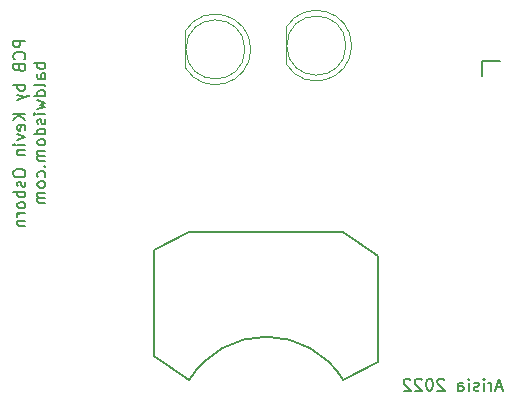
<source format=gbr>
%TF.GenerationSoftware,KiCad,Pcbnew,(5.1.8-0-10_14)*%
%TF.CreationDate,2021-10-17T14:40:20-04:00*%
%TF.ProjectId,WingedA,57696e67-6564-4412-9e6b-696361645f70,rev?*%
%TF.SameCoordinates,Original*%
%TF.FileFunction,Legend,Bot*%
%TF.FilePolarity,Positive*%
%FSLAX46Y46*%
G04 Gerber Fmt 4.6, Leading zero omitted, Abs format (unit mm)*
G04 Created by KiCad (PCBNEW (5.1.8-0-10_14)) date 2021-10-17 14:40:20*
%MOMM*%
%LPD*%
G01*
G04 APERTURE LIST*
%ADD10C,0.150000*%
%ADD11C,0.200000*%
%ADD12C,0.120000*%
G04 APERTURE END LIST*
D10*
X135192566Y-79782966D02*
X134716376Y-79782966D01*
X135287804Y-80068680D02*
X134954471Y-79068680D01*
X134621138Y-80068680D01*
X134287804Y-80068680D02*
X134287804Y-79402014D01*
X134287804Y-79592490D02*
X134240185Y-79497252D01*
X134192566Y-79449633D01*
X134097328Y-79402014D01*
X134002090Y-79402014D01*
X133668757Y-80068680D02*
X133668757Y-79402014D01*
X133668757Y-79068680D02*
X133716376Y-79116300D01*
X133668757Y-79163919D01*
X133621138Y-79116300D01*
X133668757Y-79068680D01*
X133668757Y-79163919D01*
X133240185Y-80021061D02*
X133144947Y-80068680D01*
X132954471Y-80068680D01*
X132859233Y-80021061D01*
X132811614Y-79925823D01*
X132811614Y-79878204D01*
X132859233Y-79782966D01*
X132954471Y-79735347D01*
X133097328Y-79735347D01*
X133192566Y-79687728D01*
X133240185Y-79592490D01*
X133240185Y-79544871D01*
X133192566Y-79449633D01*
X133097328Y-79402014D01*
X132954471Y-79402014D01*
X132859233Y-79449633D01*
X132383042Y-80068680D02*
X132383042Y-79402014D01*
X132383042Y-79068680D02*
X132430661Y-79116300D01*
X132383042Y-79163919D01*
X132335423Y-79116300D01*
X132383042Y-79068680D01*
X132383042Y-79163919D01*
X131478280Y-80068680D02*
X131478280Y-79544871D01*
X131525900Y-79449633D01*
X131621138Y-79402014D01*
X131811614Y-79402014D01*
X131906852Y-79449633D01*
X131478280Y-80021061D02*
X131573519Y-80068680D01*
X131811614Y-80068680D01*
X131906852Y-80021061D01*
X131954471Y-79925823D01*
X131954471Y-79830585D01*
X131906852Y-79735347D01*
X131811614Y-79687728D01*
X131573519Y-79687728D01*
X131478280Y-79640109D01*
X130287804Y-79163919D02*
X130240185Y-79116300D01*
X130144947Y-79068680D01*
X129906852Y-79068680D01*
X129811614Y-79116300D01*
X129763995Y-79163919D01*
X129716376Y-79259157D01*
X129716376Y-79354395D01*
X129763995Y-79497252D01*
X130335423Y-80068680D01*
X129716376Y-80068680D01*
X129097328Y-79068680D02*
X129002090Y-79068680D01*
X128906852Y-79116300D01*
X128859233Y-79163919D01*
X128811614Y-79259157D01*
X128763995Y-79449633D01*
X128763995Y-79687728D01*
X128811614Y-79878204D01*
X128859233Y-79973442D01*
X128906852Y-80021061D01*
X129002090Y-80068680D01*
X129097328Y-80068680D01*
X129192566Y-80021061D01*
X129240185Y-79973442D01*
X129287804Y-79878204D01*
X129335423Y-79687728D01*
X129335423Y-79449633D01*
X129287804Y-79259157D01*
X129240185Y-79163919D01*
X129192566Y-79116300D01*
X129097328Y-79068680D01*
X128383042Y-79163919D02*
X128335423Y-79116300D01*
X128240185Y-79068680D01*
X128002090Y-79068680D01*
X127906852Y-79116300D01*
X127859233Y-79163919D01*
X127811614Y-79259157D01*
X127811614Y-79354395D01*
X127859233Y-79497252D01*
X128430661Y-80068680D01*
X127811614Y-80068680D01*
X127430661Y-79163919D02*
X127383042Y-79116300D01*
X127287804Y-79068680D01*
X127049709Y-79068680D01*
X126954471Y-79116300D01*
X126906852Y-79163919D01*
X126859233Y-79259157D01*
X126859233Y-79354395D01*
X126906852Y-79497252D01*
X127478280Y-80068680D01*
X126859233Y-80068680D01*
D11*
X94826980Y-50434266D02*
X93826980Y-50434266D01*
X93826980Y-50815219D01*
X93874600Y-50910457D01*
X93922219Y-50958076D01*
X94017457Y-51005695D01*
X94160314Y-51005695D01*
X94255552Y-50958076D01*
X94303171Y-50910457D01*
X94350790Y-50815219D01*
X94350790Y-50434266D01*
X94731742Y-52005695D02*
X94779361Y-51958076D01*
X94826980Y-51815219D01*
X94826980Y-51719980D01*
X94779361Y-51577123D01*
X94684123Y-51481885D01*
X94588885Y-51434266D01*
X94398409Y-51386647D01*
X94255552Y-51386647D01*
X94065076Y-51434266D01*
X93969838Y-51481885D01*
X93874600Y-51577123D01*
X93826980Y-51719980D01*
X93826980Y-51815219D01*
X93874600Y-51958076D01*
X93922219Y-52005695D01*
X94303171Y-52767600D02*
X94350790Y-52910457D01*
X94398409Y-52958076D01*
X94493647Y-53005695D01*
X94636504Y-53005695D01*
X94731742Y-52958076D01*
X94779361Y-52910457D01*
X94826980Y-52815219D01*
X94826980Y-52434266D01*
X93826980Y-52434266D01*
X93826980Y-52767600D01*
X93874600Y-52862838D01*
X93922219Y-52910457D01*
X94017457Y-52958076D01*
X94112695Y-52958076D01*
X94207933Y-52910457D01*
X94255552Y-52862838D01*
X94303171Y-52767600D01*
X94303171Y-52434266D01*
X94826980Y-54196171D02*
X93826980Y-54196171D01*
X94207933Y-54196171D02*
X94160314Y-54291409D01*
X94160314Y-54481885D01*
X94207933Y-54577123D01*
X94255552Y-54624742D01*
X94350790Y-54672361D01*
X94636504Y-54672361D01*
X94731742Y-54624742D01*
X94779361Y-54577123D01*
X94826980Y-54481885D01*
X94826980Y-54291409D01*
X94779361Y-54196171D01*
X94160314Y-55005695D02*
X94826980Y-55243790D01*
X94160314Y-55481885D02*
X94826980Y-55243790D01*
X95065076Y-55148552D01*
X95112695Y-55100933D01*
X95160314Y-55005695D01*
X94826980Y-56624742D02*
X93826980Y-56624742D01*
X94826980Y-57196171D02*
X94255552Y-56767600D01*
X93826980Y-57196171D02*
X94398409Y-56624742D01*
X94779361Y-58005695D02*
X94826980Y-57910457D01*
X94826980Y-57719980D01*
X94779361Y-57624742D01*
X94684123Y-57577123D01*
X94303171Y-57577123D01*
X94207933Y-57624742D01*
X94160314Y-57719980D01*
X94160314Y-57910457D01*
X94207933Y-58005695D01*
X94303171Y-58053314D01*
X94398409Y-58053314D01*
X94493647Y-57577123D01*
X94160314Y-58386647D02*
X94826980Y-58624742D01*
X94160314Y-58862838D01*
X94826980Y-59243790D02*
X94160314Y-59243790D01*
X93826980Y-59243790D02*
X93874600Y-59196171D01*
X93922219Y-59243790D01*
X93874600Y-59291409D01*
X93826980Y-59243790D01*
X93922219Y-59243790D01*
X94160314Y-59719980D02*
X94826980Y-59719980D01*
X94255552Y-59719980D02*
X94207933Y-59767600D01*
X94160314Y-59862838D01*
X94160314Y-60005695D01*
X94207933Y-60100933D01*
X94303171Y-60148552D01*
X94826980Y-60148552D01*
X93826980Y-61577123D02*
X93826980Y-61767600D01*
X93874600Y-61862838D01*
X93969838Y-61958076D01*
X94160314Y-62005695D01*
X94493647Y-62005695D01*
X94684123Y-61958076D01*
X94779361Y-61862838D01*
X94826980Y-61767600D01*
X94826980Y-61577123D01*
X94779361Y-61481885D01*
X94684123Y-61386647D01*
X94493647Y-61339028D01*
X94160314Y-61339028D01*
X93969838Y-61386647D01*
X93874600Y-61481885D01*
X93826980Y-61577123D01*
X94779361Y-62386647D02*
X94826980Y-62481885D01*
X94826980Y-62672361D01*
X94779361Y-62767600D01*
X94684123Y-62815219D01*
X94636504Y-62815219D01*
X94541266Y-62767600D01*
X94493647Y-62672361D01*
X94493647Y-62529504D01*
X94446028Y-62434266D01*
X94350790Y-62386647D01*
X94303171Y-62386647D01*
X94207933Y-62434266D01*
X94160314Y-62529504D01*
X94160314Y-62672361D01*
X94207933Y-62767600D01*
X94826980Y-63243790D02*
X93826980Y-63243790D01*
X94207933Y-63243790D02*
X94160314Y-63339028D01*
X94160314Y-63529504D01*
X94207933Y-63624742D01*
X94255552Y-63672361D01*
X94350790Y-63719980D01*
X94636504Y-63719980D01*
X94731742Y-63672361D01*
X94779361Y-63624742D01*
X94826980Y-63529504D01*
X94826980Y-63339028D01*
X94779361Y-63243790D01*
X94826980Y-64291409D02*
X94779361Y-64196171D01*
X94731742Y-64148552D01*
X94636504Y-64100933D01*
X94350790Y-64100933D01*
X94255552Y-64148552D01*
X94207933Y-64196171D01*
X94160314Y-64291409D01*
X94160314Y-64434266D01*
X94207933Y-64529504D01*
X94255552Y-64577123D01*
X94350790Y-64624742D01*
X94636504Y-64624742D01*
X94731742Y-64577123D01*
X94779361Y-64529504D01*
X94826980Y-64434266D01*
X94826980Y-64291409D01*
X94826980Y-65053314D02*
X94160314Y-65053314D01*
X94350790Y-65053314D02*
X94255552Y-65100933D01*
X94207933Y-65148552D01*
X94160314Y-65243790D01*
X94160314Y-65339028D01*
X94160314Y-65672361D02*
X94826980Y-65672361D01*
X94255552Y-65672361D02*
X94207933Y-65719980D01*
X94160314Y-65815219D01*
X94160314Y-65958076D01*
X94207933Y-66053314D01*
X94303171Y-66100933D01*
X94826980Y-66100933D01*
X96526980Y-52362838D02*
X95526980Y-52362838D01*
X95907933Y-52362838D02*
X95860314Y-52458076D01*
X95860314Y-52648552D01*
X95907933Y-52743790D01*
X95955552Y-52791409D01*
X96050790Y-52839028D01*
X96336504Y-52839028D01*
X96431742Y-52791409D01*
X96479361Y-52743790D01*
X96526980Y-52648552D01*
X96526980Y-52458076D01*
X96479361Y-52362838D01*
X96526980Y-53696171D02*
X96003171Y-53696171D01*
X95907933Y-53648552D01*
X95860314Y-53553314D01*
X95860314Y-53362838D01*
X95907933Y-53267600D01*
X96479361Y-53696171D02*
X96526980Y-53600933D01*
X96526980Y-53362838D01*
X96479361Y-53267600D01*
X96384123Y-53219980D01*
X96288885Y-53219980D01*
X96193647Y-53267600D01*
X96146028Y-53362838D01*
X96146028Y-53600933D01*
X96098409Y-53696171D01*
X96526980Y-54315219D02*
X96479361Y-54219980D01*
X96384123Y-54172361D01*
X95526980Y-54172361D01*
X96526980Y-55124742D02*
X95526980Y-55124742D01*
X96479361Y-55124742D02*
X96526980Y-55029504D01*
X96526980Y-54839028D01*
X96479361Y-54743790D01*
X96431742Y-54696171D01*
X96336504Y-54648552D01*
X96050790Y-54648552D01*
X95955552Y-54696171D01*
X95907933Y-54743790D01*
X95860314Y-54839028D01*
X95860314Y-55029504D01*
X95907933Y-55124742D01*
X95860314Y-55505695D02*
X96526980Y-55696171D01*
X96050790Y-55886647D01*
X96526980Y-56077123D01*
X95860314Y-56267600D01*
X96526980Y-56648552D02*
X95860314Y-56648552D01*
X95526980Y-56648552D02*
X95574600Y-56600933D01*
X95622219Y-56648552D01*
X95574600Y-56696171D01*
X95526980Y-56648552D01*
X95622219Y-56648552D01*
X96479361Y-57077123D02*
X96526980Y-57172361D01*
X96526980Y-57362838D01*
X96479361Y-57458076D01*
X96384123Y-57505695D01*
X96336504Y-57505695D01*
X96241266Y-57458076D01*
X96193647Y-57362838D01*
X96193647Y-57219980D01*
X96146028Y-57124742D01*
X96050790Y-57077123D01*
X96003171Y-57077123D01*
X95907933Y-57124742D01*
X95860314Y-57219980D01*
X95860314Y-57362838D01*
X95907933Y-57458076D01*
X96526980Y-58362838D02*
X95526980Y-58362838D01*
X96479361Y-58362838D02*
X96526980Y-58267600D01*
X96526980Y-58077123D01*
X96479361Y-57981885D01*
X96431742Y-57934266D01*
X96336504Y-57886647D01*
X96050790Y-57886647D01*
X95955552Y-57934266D01*
X95907933Y-57981885D01*
X95860314Y-58077123D01*
X95860314Y-58267600D01*
X95907933Y-58362838D01*
X96526980Y-58981885D02*
X96479361Y-58886647D01*
X96431742Y-58839028D01*
X96336504Y-58791409D01*
X96050790Y-58791409D01*
X95955552Y-58839028D01*
X95907933Y-58886647D01*
X95860314Y-58981885D01*
X95860314Y-59124742D01*
X95907933Y-59219980D01*
X95955552Y-59267600D01*
X96050790Y-59315219D01*
X96336504Y-59315219D01*
X96431742Y-59267600D01*
X96479361Y-59219980D01*
X96526980Y-59124742D01*
X96526980Y-58981885D01*
X96526980Y-59743790D02*
X95860314Y-59743790D01*
X95955552Y-59743790D02*
X95907933Y-59791409D01*
X95860314Y-59886647D01*
X95860314Y-60029504D01*
X95907933Y-60124742D01*
X96003171Y-60172361D01*
X96526980Y-60172361D01*
X96003171Y-60172361D02*
X95907933Y-60219980D01*
X95860314Y-60315219D01*
X95860314Y-60458076D01*
X95907933Y-60553314D01*
X96003171Y-60600933D01*
X96526980Y-60600933D01*
X96431742Y-61077123D02*
X96479361Y-61124742D01*
X96526980Y-61077123D01*
X96479361Y-61029504D01*
X96431742Y-61077123D01*
X96526980Y-61077123D01*
X96479361Y-61981885D02*
X96526980Y-61886647D01*
X96526980Y-61696171D01*
X96479361Y-61600933D01*
X96431742Y-61553314D01*
X96336504Y-61505695D01*
X96050790Y-61505695D01*
X95955552Y-61553314D01*
X95907933Y-61600933D01*
X95860314Y-61696171D01*
X95860314Y-61886647D01*
X95907933Y-61981885D01*
X96526980Y-62553314D02*
X96479361Y-62458076D01*
X96431742Y-62410457D01*
X96336504Y-62362838D01*
X96050790Y-62362838D01*
X95955552Y-62410457D01*
X95907933Y-62458076D01*
X95860314Y-62553314D01*
X95860314Y-62696171D01*
X95907933Y-62791409D01*
X95955552Y-62839028D01*
X96050790Y-62886647D01*
X96336504Y-62886647D01*
X96431742Y-62839028D01*
X96479361Y-62791409D01*
X96526980Y-62696171D01*
X96526980Y-62553314D01*
X96526980Y-63315219D02*
X95860314Y-63315219D01*
X95955552Y-63315219D02*
X95907933Y-63362838D01*
X95860314Y-63458076D01*
X95860314Y-63600933D01*
X95907933Y-63696171D01*
X96003171Y-63743790D01*
X96526980Y-63743790D01*
X96003171Y-63743790D02*
X95907933Y-63791409D01*
X95860314Y-63886647D01*
X95860314Y-64029504D01*
X95907933Y-64124742D01*
X96003171Y-64172361D01*
X96526980Y-64172361D01*
D10*
%TO.C,BT1*%
X124727100Y-77639300D02*
X121727100Y-79139300D01*
X124727100Y-77639300D02*
X124727100Y-68639300D01*
X124727100Y-68639300D02*
X121727100Y-66639300D01*
X105727100Y-68139300D02*
X108727100Y-66639300D01*
X105727100Y-68139300D02*
X105727100Y-77139300D01*
X105727100Y-77139300D02*
X108727100Y-79139300D01*
X105727100Y-68139300D02*
X105727100Y-77139300D01*
X105727100Y-77139300D02*
X108727100Y-79139300D01*
X105727100Y-68139300D02*
X108727100Y-66639300D01*
X108727100Y-66639300D02*
X121727100Y-66639300D01*
X108727100Y-79139300D02*
G75*
G02*
X121727100Y-79139300I6500000J-4000000D01*
G01*
D12*
%TO.C,D1*%
X113421800Y-51181000D02*
G75*
G03*
X113421800Y-51181000I-2500000J0D01*
G01*
X108361800Y-52726000D02*
X108361800Y-49636000D01*
X113911800Y-51181462D02*
G75*
G03*
X108361800Y-49636170I-2990000J462D01*
G01*
X113911800Y-51180538D02*
G75*
G02*
X108361800Y-52725830I-2990000J-462D01*
G01*
%TO.C,D2*%
X116908900Y-52408500D02*
X116908900Y-49318500D01*
X121968900Y-50863500D02*
G75*
G03*
X121968900Y-50863500I-2500000J0D01*
G01*
X122458900Y-50863038D02*
G75*
G02*
X116908900Y-52408330I-2990000J-462D01*
G01*
X122458900Y-50863962D02*
G75*
G03*
X116908900Y-49318670I-2990000J462D01*
G01*
D10*
%TO.C,SW1*%
X133489100Y-52141600D02*
X135039100Y-52141600D01*
X133489100Y-53441600D02*
X133489100Y-52141600D01*
%TD*%
M02*

</source>
